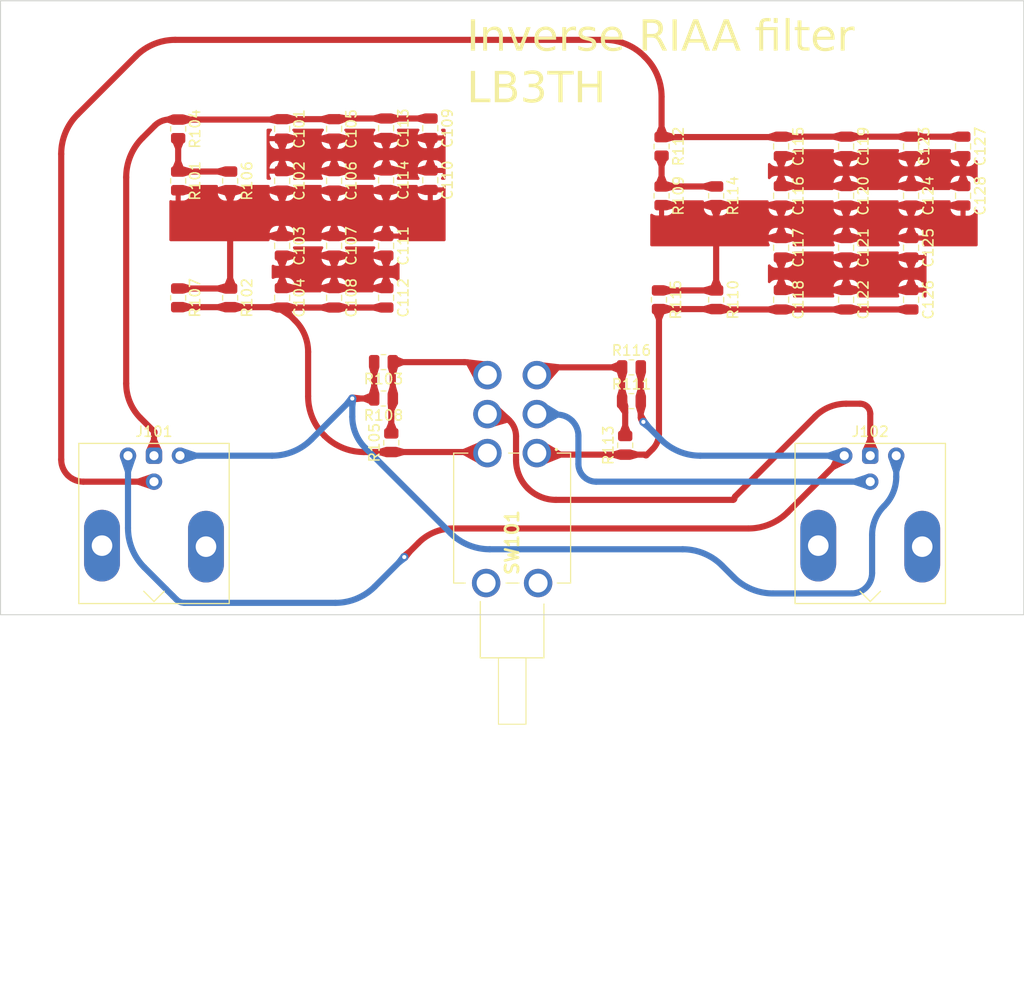
<source format=kicad_pcb>
(kicad_pcb (version 20221018) (generator pcbnew)
  (title_block (title "Inverse RIAA filter") (date "2023-12-10"))
  (layers (0 "F.Cu" signal) (31 "B.Cu" signal) (34 "B.Paste" user) (35 "F.Paste" user) (36 "B.SilkS" user "B.Silkscreen") (37 "F.SilkS" user "F.Silkscreen") (38 "B.Mask" user) (39 "F.Mask" user) (44 "Edge.Cuts" user))
  (net 0 "")
  (net 1 "Net-(J102A-In1)")
  (net 2 "/Lbupper")
  (net 3 "/Lbetween")
  (net 4 "Lmm")
  (net 5 "Net-(J102B-In2)")
  (net 6 "/Llower")
  (net 7 "/Rbupper")
  (net 8 "/Rbetween")
  (net 9 "Rmm")
  (net 10 "Net-(J101A-In1)")
  (net 11 "GND")
  (net 12 "Net-(J101B-In2)")
  (net 13 "GNDREF")
  (net 14 "Lmc")
  (net 15 "Net-(R109-Pad1)")
  (net 16 "Rmc")
  (net 17 "/Rlower")
  (net 18 "Net-(R101-Pad1)")
  (footprint "Capacitor_SMD:C_0805_2012Metric" (layer "F.Cu") (at 112.522 109.032 -90)
    (fp_text reference "C104" (at 0 -1.68 90) (layer "F.SilkS"))
    (fp_text value "100p")
    (pad "1" smd roundrect (at -0.95 0 270) (size 1 1.45) (layers "F.Cu" "F.Paste" "F.Mask") (net 6 "/Llower"))
    (pad "2" smd roundrect (at 0.95 0 270) (size 1 1.45) (layers "F.Cu" "F.Paste" "F.Mask") (net 4 "Lmm"))
  )
  (footprint "Capacitor_SMD:C_0805_2012Metric" (layer "F.Cu") (at 167.64 99.06 -90)
    (fp_text reference "C120" (at 0 -1.68 90) (layer "F.SilkS"))
    (fp_text value "1n8")
    (pad "1" smd roundrect (at -0.95 0 270) (size 1 1.45) (layers "F.Cu" "F.Paste" "F.Mask") (net 7 "/Rbupper"))
    (pad "2" smd roundrect (at 0.95 0 270) (size 1 1.45) (layers "F.Cu" "F.Paste" "F.Mask") (net 8 "/Rbetween"))
  )
  (footprint "Resistor_SMD:R_0805_2012Metric" (layer "F.Cu") (at 146.05 123.444 90)
    (fp_text reference "R113" (at 0 -1.65 90) (layer "F.SilkS"))
    (fp_text value "560")
    (pad "1" smd roundrect (at -0.9125 0 90) (size 1.025 1.4) (layers "F.Cu" "F.Paste" "F.Mask") (roundrect_rratio 0.243902439) (net 9 "Rmm"))
    (pad "2" smd roundrect (at 0.9125 0 90) (size 1.025 1.4) (layers "F.Cu" "F.Paste" "F.Mask") (roundrect_rratio 0.243902439) (net 16 "Rmc"))
  )
  (footprint "Capacitor_SMD:C_0805_2012Metric" (layer "F.Cu") (at 179.07 99.06 -90)
    (fp_text reference "C128" (at 0 -1.68 90) (layer "F.SilkS"))
    (fp_text value "1n8")
    (pad "1" smd roundrect (at -0.95 0 270) (size 1 1.45) (layers "F.Cu" "F.Paste" "F.Mask") (net 7 "/Rbupper"))
    (pad "2" smd roundrect (at 0.95 0 270) (size 1 1.45) (layers "F.Cu" "F.Paste" "F.Mask") (net 8 "/Rbetween"))
  )
  (footprint "Capacitor_SMD:C_0805_2012Metric" (layer "F.Cu") (at 122.682 92.456 -90)
    (fp_text reference "C113" (at 0 -1.68 90) (layer "F.SilkS"))
    (fp_text value "1n8")
    (pad "1" smd roundrect (at -0.95 0 270) (size 1 1.45) (layers "F.Cu" "F.Paste" "F.Mask") (net 10 "Net-(J101A-In1)"))
    (pad "2" smd roundrect (at 0.95 0 270) (size 1 1.45) (layers "F.Cu" "F.Paste" "F.Mask") (net 2 "/Lbupper"))
  )
  (footprint "Resistor_SMD:R_0805_2012Metric" (layer "F.Cu") (at 146.6615 119.126)
    (fp_text reference "R111" (at 0 -1.65) (layer "F.SilkS"))
    (fp_text value "82")
    (pad "1" smd roundrect (at -0.9125 0) (size 1.025 1.4) (layers "F.Cu" "F.Paste" "F.Mask") (roundrect_rratio 0.243902439) (net 16 "Rmc"))
    (pad "2" smd roundrect (at 0.9125 0) (size 1.025 1.4) (layers "F.Cu" "F.Paste" "F.Mask") (roundrect_rratio 0.243902439) (net 13 "GNDREF"))
  )
  (footprint "Resistor_SMD:R_0805_2012Metric" (layer "F.Cu") (at 122.428 115.316 180)
    (fp_text reference "R103" (at 0 -1.65) (layer "F.SilkS"))
    (fp_text value "82")
    (pad "1" smd roundrect (at -0.9125 0 180) (size 1.025 1.4) (layers "F.Cu" "F.Paste" "F.Mask") (roundrect_rratio 0.243902439) (net 14 "Lmc"))
    (pad "2" smd roundrect (at 0.9125 0 180) (size 1.025 1.4) (layers "F.Cu" "F.Paste" "F.Mask") (roundrect_rratio 0.243902439) (net 11 "GND"))
  )
  (footprint "Resistor_SMD:R_0805_2012Metric" (layer "F.Cu") (at 102.362 92.522 -90)
    (fp_text reference "R104" (at 0 -1.65 90) (layer "F.SilkS"))
    (fp_text value "750k")
    (pad "1" smd roundrect (at -0.9125 0 270) (size 1.025 1.4) (layers "F.Cu" "F.Paste" "F.Mask") (roundrect_rratio 0.243902439) (net 10 "Net-(J101A-In1)"))
    (pad "2" smd roundrect (at 0.9125 0 270) (size 1.025 1.4) (layers "F.Cu" "F.Paste" "F.Mask") (roundrect_rratio 0.243902439) (net 18 "Net-(R101-Pad1)"))
  )
  (footprint "Capacitor_SMD:C_0805_2012Metric" (layer "F.Cu") (at 117.602 103.952 -90)
    (fp_text reference "C107" (at 0 -1.68 90) (layer "F.SilkS"))
    (fp_text value "100p")
    (pad "1" smd roundrect (at -0.95 0 270) (size 1 1.45) (layers "F.Cu" "F.Paste" "F.Mask") (net 3 "/Lbetween"))
    (pad "2" smd roundrect (at 0.95 0 270) (size 1 1.45) (layers "F.Cu" "F.Paste" "F.Mask") (net 6 "/Llower"))
  )
  (footprint "Capacitor_SMD:C_0805_2012Metric" (layer "F.Cu") (at 167.64 104.14 -90)
    (fp_text reference "C121" (at 0 -1.68 90) (layer "F.SilkS"))
    (fp_text value "100p")
    (pad "1" smd roundrect (at -0.95 0 270) (size 1 1.45) (layers "F.Cu" "F.Paste" "F.Mask") (net 8 "/Rbetween"))
    (pad "2" smd roundrect (at 0.95 0 270) (size 1 1.45) (layers "F.Cu" "F.Paste" "F.Mask") (net 17 "/Rlower"))
  )
  (footprint "Capacitor_SMD:C_0805_2012Metric" (layer "F.Cu") (at 167.64 94.234 -90)
    (fp_text reference "C119" (at 0 -1.68 90) (layer "F.SilkS"))
    (fp_text value "1n8")
    (pad "1" smd roundrect (at -0.95 0 270) (size 1 1.45) (layers "F.Cu" "F.Paste" "F.Mask") (net 12 "Net-(J101B-In2)"))
    (pad "2" smd roundrect (at 0.95 0 270) (size 1 1.45) (layers "F.Cu" "F.Paste" "F.Mask") (net 7 "/Rbupper"))
  )
  (footprint "Capacitor_SMD:C_0805_2012Metric" (layer "F.Cu") (at 112.522 97.602 -90)
    (fp_text reference "C102" (at 0 -1.68 90) (layer "F.SilkS"))
    (fp_text value "1n8")
    (pad "1" smd roundrect (at -0.95 0 270) (size 1 1.45) (layers "F.Cu" "F.Paste" "F.Mask") (net 2 "/Lbupper"))
    (pad "2" smd roundrect (at 0.95 0 270) (size 1 1.45) (layers "F.Cu" "F.Paste" "F.Mask") (net 3 "/Lbetween"))
  )
  (footprint "Capacitor_SMD:C_0805_2012Metric" (layer "F.Cu") (at 122.682 109.032 -90)
    (fp_text reference "C112" (at 0 -1.68 90) (layer "F.SilkS"))
    (fp_text value "1n8")
    (pad "1" smd roundrect (at -0.95 0 270) (size 1 1.45) (layers "F.Cu" "F.Paste" "F.Mask") (net 6 "/Llower"))
    (pad "2" smd roundrect (at 0.95 0 270) (size 1 1.45) (layers "F.Cu" "F.Paste" "F.Mask") (net 4 "Lmm"))
  )
  (footprint "Capacitor_SMD:C_0805_2012Metric" (layer "F.Cu") (at 127 97.536 -90)
    (fp_text reference "C110" (at 0 -1.68 90) (layer "F.SilkS"))
    (fp_text value "1n8")
    (pad "1" smd roundrect (at -0.95 0 270) (size 1 1.45) (layers "F.Cu" "F.Paste" "F.Mask") (net 2 "/Lbupper"))
    (pad "2" smd roundrect (at 0.95 0 270) (size 1 1.45) (layers "F.Cu" "F.Paste" "F.Mask") (net 3 "/Lbetween"))
  )
  (footprint "Capacitor_SMD:C_0805_2012Metric" (layer "F.Cu") (at 117.602 97.602 -90)
    (fp_text reference "C106" (at 0 -1.68 90) (layer "F.SilkS"))
    (fp_text value "1n8")
    (pad "1" smd roundrect (at -0.95 0 270) (size 1 1.45) (layers "F.Cu" "F.Paste" "F.Mask") (net 2 "/Lbupper"))
    (pad "2" smd roundrect (at 0.95 0 270) (size 1 1.45) (layers "F.Cu" "F.Paste" "F.Mask") (net 3 "/Lbetween"))
  )
  (footprint "Capacitor_SMD:C_0805_2012Metric" (layer "F.Cu") (at 167.64 109.22 -90)
    (fp_text reference "C122" (at 0 -1.68 90) (layer "F.SilkS"))
    (fp_text value "100p")
    (pad "1" smd roundrect (at -0.95 0 270) (size 1 1.45) (layers "F.Cu" "F.Paste" "F.Mask") (net 17 "/Rlower"))
    (pad "2" smd roundrect (at 0.95 0 270) (size 1 1.45) (layers "F.Cu" "F.Paste" "F.Mask") (net 9 "Rmm"))
  )
  (footprint "Resistor_SMD:R_0805_2012Metric" (layer "F.Cu") (at 107.442 109.032 -90)
    (fp_text reference "R102" (at 0 -1.65 90) (layer "F.SilkS"))
    (fp_text value "150k")
    (pad "1" smd roundrect (at -0.9125 0 270) (size 1.025 1.4) (layers "F.Cu" "F.Paste" "F.Mask") (roundrect_rratio 0.243902439) (net 3 "/Lbetween"))
    (pad "2" smd roundrect (at 0.9125 0 270) (size 1.025 1.4) (layers "F.Cu" "F.Paste" "F.Mask") (roundrect_rratio 0.243902439) (net 4 "Lmm"))
  )
  (footprint "Capacitor_SMD:C_0805_2012Metric" (layer "F.Cu") (at 161.29 94.234 -90)
    (fp_text reference "C115" (at 0 -1.68 90) (layer "F.SilkS"))
    (fp_text value "1n8")
    (pad "1" smd roundrect (at -0.95 0 270) (size 1 1.45) (layers "F.Cu" "F.Paste" "F.Mask") (net 12 "Net-(J101B-In2)"))
    (pad "2" smd roundrect (at 0.95 0 270) (size 1 1.45) (layers "F.Cu" "F.Paste" "F.Mask") (net 7 "/Rbupper"))
  )
  (footprint "Connector_Coaxial:BNC_Amphenol_031-6575_Horizontal" (layer "F.Cu") (at 170 124.46 180)
    (fp_text reference "J102" (at 0 2.35) (layer "F.SilkS"))
    (fp_text value "Amphenol 031-6576")
    (pad "" thru_hole oval (at -5.08 -8.89 180) (size 3.5 7) (drill 2.01) (layers "*.Cu" "*.Mask"))
    (pad "" thru_hole oval (at 5.08 -8.79 180) (size 3.5 7) (drill 2.01) (layers "*.Cu" "*.Mask"))
    (pad "1" thru_hole roundrect (at 0 0 180) (size 1.6 1.6) (drill 0.89) (layers "*.Cu" "*.Mask") (net 1 "Net-(J102A-In1)"))
    (pad "2" thru_hole circle (at -2.54 0 180) (size 1.6 1.6) (drill 0.89) (layers "*.Cu" "*.Mask") (net 11 "GND"))
    (pad "3" thru_hole circle (at 0 -2.54 180) (size 1.6 1.6) (drill 0.89) (layers "*.Cu" "*.Mask") (net 5 "Net-(J102B-In2)"))
    (pad "4" thru_hole circle (at 2.54 0 180) (size 1.6 1.6) (drill 0.89) (layers "*.Cu" "*.Mask") (net 13 "GNDREF"))
  )
  (footprint "Capacitor_SMD:C_0805_2012Metric" (layer "F.Cu") (at 112.522 103.952 -90)
    (fp_text reference "C103" (at 0 -1.68 90) (layer "F.SilkS"))
    (fp_text value "100p")
    (pad "1" smd roundrect (at -0.95 0 270) (size 1 1.45) (layers "F.Cu" "F.Paste" "F.Mask") (net 3 "/Lbetween"))
    (pad "2" smd roundrect (at 0.95 0 270) (size 1 1.45) (layers "F.Cu" "F.Paste" "F.Mask") (net 6 "/Llower"))
  )
  (footprint "Connector_Coaxial:BNC_Amphenol_031-6575_Horizontal" (layer "F.Cu") (at 100 124.46 180)
    (fp_text reference "J101" (at 0 2.35) (layer "F.SilkS"))
    (fp_text value "Amphenol 031-6576")
    (pad "" thru_hole oval (at -5.08 -8.89 180) (size 3.5 7) (drill 2.01) (layers "*.Cu" "*.Mask"))
    (pad "" thru_hole oval (at 5.08 -8.79 180) (size 3.5 7) (drill 2.01) (layers "*.Cu" "*.Mask"))
    (pad "1" thru_hole roundrect (at 0 0 180) (size 1.6 1.6) (drill 0.89) (layers "*.Cu" "*.Mask") (net 10 "Net-(J101A-In1)"))
    (pad "2" thru_hole circle (at -2.54 0 180) (size 1.6 1.6) (drill 0.89) (layers "*.Cu" "*.Mask") (net 11 "GND"))
    (pad "3" thru_hole circle (at 0 -2.54 180) (size 1.6 1.6) (drill 0.89) (layers "*.Cu" "*.Mask") (net 12 "Net-(J101B-In2)"))
    (pad "4" thru_hole circle (at 2.54 0 180) (size 1.6 1.6) (drill 0.89) (layers "*.Cu" "*.Mask") (net 13 "GNDREF"))
  )
  (footprint "Resistor_SMD:R_0805_2012Metric" (layer "F.Cu") (at 122.428 118.872 180)
    (fp_text reference "R108" (at 0 -1.65) (layer "F.SilkS"))
    (fp_text value "82")
    (pad "1" smd roundrect (at -0.9125 0 180) (size 1.025 1.4) (layers "F.Cu" "F.Paste" "F.Mask") (roundrect_rratio 0.243902439) (net 14 "Lmc"))
    (pad "2" smd roundrect (at 0.9125 0 180) (size 1.025 1.4) (layers "F.Cu" "F.Paste" "F.Mask") (roundrect_rratio 0.243902439) (net 11 "GND"))
  )
  (footprint "Resistor_SMD:R_0805_2012Metric" (layer "F.Cu") (at 149.606 94.234 -90)
    (fp_text reference "R112" (at 0 -1.65 90) (layer "F.SilkS"))
    (fp_text value "750k")
    (pad "1" smd roundrect (at -0.9125 0 270) (size 1.025 1.4) (layers "F.Cu" "F.Paste" "F.Mask") (roundrect_rratio 0.243902439) (net 12 "Net-(J101B-In2)"))
    (pad "2" smd roundrect (at 0.9125 0 270) (size 1.025 1.4) (layers "F.Cu" "F.Paste" "F.Mask") (roundrect_rratio 0.243902439) (net 15 "Net-(R109-Pad1)"))
  )
  (footprint "Capacitor_SMD:C_0805_2012Metric" (layer "F.Cu") (at 117.602 109.032 -90)
    (fp_text reference "C108" (at 0 -1.68 90) (layer "F.SilkS"))
    (fp_text value "100p")
    (pad "1" smd roundrect (at -0.95 0 270) (size 1 1.45) (layers "F.Cu" "F.Paste" "F.Mask") (net 6 "/Llower"))
    (pad "2" smd roundrect (at 0.95 0 270) (size 1 1.45) (layers "F.Cu" "F.Paste" "F.Mask") (net 4 "Lmm"))
  )
  (footprint "Resistor_SMD:R_0805_2012Metric" (layer "F.Cu") (at 102.362 97.602 -90)
    (fp_text reference "R101" (at 0 -1.65 90) (layer "F.SilkS"))
    (fp_text value "1M2")
    (pad "1" smd roundrect (at -0.9125 0 270) (size 1.025 1.4) (layers "F.Cu" "F.Paste" "F.Mask") (roundrect_rratio 0.243902439) (net 18 "Net-(R101-Pad1)"))
    (pad "2" smd roundrect (at 0.9125 0 270) (size 1.025 1.4) (layers "F.Cu" "F.Paste" "F.Mask") (roundrect_rratio 0.243902439) (net 3 "/Lbetween"))
  )
  (footprint "Capacitor_SMD:C_0805_2012Metric" (layer "F.Cu") (at 179.07 94.234 -90)
    (fp_text reference "C127" (at 0 -1.68 90) (layer "F.SilkS"))
    (fp_text value "1n8")
    (pad "1" smd roundrect (at -0.95 0 270) (size 1 1.45) (layers "F.Cu" "F.Paste" "F.Mask") (net 12 "Net-(J101B-In2)"))
    (pad "2" smd roundrect (at 0.95 0 270) (size 1 1.45) (layers "F.Cu" "F.Paste" "F.Mask") (net 7 "/Rbupper"))
  )
  (footprint "Capacitor_SMD:C_0805_2012Metric" (layer "F.Cu") (at 173.99 99.06 -90)
    (fp_text reference "C124" (at 0 -1.68 90) (layer "F.SilkS"))
    (fp_text value "1n8")
    (pad "1" smd roundrect (at -0.95 0 270) (size 1 1.45) (layers "F.Cu" "F.Paste" "F.Mask") (net 7 "/Rbupper"))
    (pad "2" smd roundrect (at 0.95 0 270) (size 1 1.45) (layers "F.Cu" "F.Paste" "F.Mask") (net 8 "/Rbetween"))
  )
  (footprint "Capacitor_SMD:C_0805_2012Metric" (layer "F.Cu") (at 112.522 92.522 -90)
    (fp_text reference "C101" (at 0 -1.68 90) (layer "F.SilkS"))
    (fp_text value "1n8")
    (pad "1" smd roundrect (at -0.95 0 270) (size 1 1.45) (layers "F.Cu" "F.Paste" "F.Mask") (net 10 "Net-(J101A-In1)"))
    (pad "2" smd roundrect (at 0.95 0 270) (size 1 1.45) (layers "F.Cu" "F.Paste" "F.Mask") (net 2 "/Lbupper"))
  )
  (footprint "Resistor_SMD:R_0805_2012Metric" (layer "F.Cu") (at 149.352 109.22 -90)
    (fp_text reference "R115" (at 0 -1.65 90) (layer "F.SilkS"))
    (fp_text value "150k")
    (pad "1" smd roundrect (at -0.9125 0 270) (size 1.025 1.4) (layers "F.Cu" "F.Paste" "F.Mask") (roundrect_rratio 0.243902439) (net 8 "/Rbetween"))
    (pad "2" smd roundrect (at 0.9125 0 270) (size 1.025 1.4) (layers "F.Cu" "F.Paste" "F.Mask") (roundrect_rratio 0.243902439) (net 9 "Rmm"))
  )
  (footprint "Capacitor_SMD:C_0805_2012Metric" (layer "F.Cu") (at 161.29 109.22 -90)
    (fp_text reference "C118" (at 0 -1.68 90) (layer "F.SilkS"))
    (fp_text value "100p")
    (pad "1" smd roundrect (at -0.95 0 270) (size 1 1.45) (layers "F.Cu" "F.Paste" "F.Mask") (net 17 "/Rlower"))
    (pad "2" smd roundrect (at 0.95 0 270) (size 1 1.45) (layers "F.Cu" "F.Paste" "F.Mask") (net 9 "Rmm"))
  )
  (footprint "Capacitor_SMD:C_0805_2012Metric" (layer "F.Cu") (at 161.29 99.06 -90)
    (fp_text reference "C116" (at 0 -1.68 90) (layer "F.SilkS"))
    (fp_text value "1n8")
    (pad "1" smd roundrect (at -0.95 0 270) (size 1 1.45) (layers "F.Cu" "F.Paste" "F.Mask") (net 7 "/Rbupper"))
    (pad "2" smd roundrect (at 0.95 0 270) (size 1 1.45) (layers "F.Cu" "F.Paste" "F.Mask") (net 8 "/Rbetween"))
  )
  (footprint "Capacitor_SMD:C_0805_2012Metric" (layer "F.Cu") (at 122.682 97.536 -90)
    (fp_text reference "C114" (at 0 -1.68 90) (layer "F.SilkS"))
    (fp_text value "1n8")
    (pad "1" smd roundrect (at -0.95 0 270) (size 1 1.45) (layers "F.Cu" "F.Paste" "F.Mask") (net 2 "/Lbupper"))
    (pad "2" smd roundrect (at 0.95 0 270) (size 1 1.45) (layers "F.Cu" "F.Paste" "F.Mask") (net 3 "/Lbetween"))
  )
  (footprint "Resistor_SMD:R_0805_2012Metric" (layer "F.Cu") (at 102.362 109.032 -90)
    (fp_text reference "R107" (at 0 -1.65 90) (layer "F.SilkS"))
    (fp_text value "150k")
    (pad "1" smd roundrect (at -0.9125 0 270) (size 1.025 1.4) (layers "F.Cu" "F.Paste" "F.Mask") (roundrect_rratio 0.243902439) (net 3 "/Lbetween"))
    (pad "2" smd roundrect (at 0.9125 0 270) (size 1.025 1.4) (layers "F.Cu" "F.Paste" "F.Mask") (roundrect_rratio 0.243902439) (net 4 "Lmm"))
  )
  (footprint "Capacitor_SMD:C_0805_2012Metric" (layer "F.Cu") (at 173.99 94.234 -90)
    (fp_text reference "C123" (at 0 -1.27 90) (layer "F.SilkS"))
    (fp_text value "1n8")
    (pad "1" smd roundrect (at -0.95 0 270) (size 1 1.45) (layers "F.Cu" "F.Paste" "F.Mask") (net 12 "Net-(J101B-In2)"))
    (pad "2" smd roundrect (at 0.95 0 270) (size 1 1.45) (layers "F.Cu" "F.Paste" "F.Mask") (net 7 "/Rbupper"))
  )
  (footprint "Resistor_SMD:R_0805_2012Metric" (layer "F.Cu") (at 107.442 97.602 -90)
    (fp_text reference "R106" (at 0 -1.65 90) (layer "F.SilkS"))
    (fp_text value "150k")
    (pad "1" smd roundrect (at -0.9125 0 270) (size 1.025 1.4) (layers "F.Cu" "F.Paste" "F.Mask") (roundrect_rratio 0.243902439) (net 18 "Net-(R101-Pad1)"))
    (pad "2" smd roundrect (at 0.9125 0 270) (size 1.025 1.4) (layers "F.Cu" "F.Paste" "F.Mask") (roundrect_rratio 0.243902439) (net 3 "/Lbetween"))
  )
  (footprint "Resistor_SMD:R_0805_2012Metric" (layer "F.Cu") (at 149.606 99.06 -90)
    (fp_text reference "R109" (at 0 -1.65 90) (layer "F.SilkS"))
    (fp_text value "1M2")
    (pad "1" smd roundrect (at -0.9125 0 270) (size 1.025 1.4) (layers "F.Cu" "F.Paste" "F.Mask") (roundrect_rratio 0.243902439) (net 15 "Net-(R109-Pad1)"))
    (pad "2" smd roundrect (at 0.9125 0 270) (size 1.025 1.4) (layers "F.Cu" "F.Paste" "F.Mask") (roundrect_rratio 0.243902439) (net 8 "/Rbetween"))
  )
  (footprint "Resistor_SMD:R_0805_2012Metric" (layer "F.Cu") (at 123.19 123.19 90)
    (fp_text reference "R105" (at 0 -1.65 90) (layer "F.SilkS"))
    (fp_text value "560")
    (pad "1" smd roundrect (at -0.9125 0 90) (size 1.025 1.4) (layers "F.Cu" "F.Paste" "F.Mask") (roundrect_rratio 0.243902439) (net 4 "Lmm"))
    (pad "2" smd roundrect (at 0.9125 0 90) (size 1.025 1.4) (layers "F.Cu" "F.Paste" "F.Mask") (roundrect_rratio 0.243902439) (net 14 "Lmc"))
  )
  (footprint "Capacitor_SMD:C_0805_2012Metric" (layer "F.Cu") (at 161.29 104.14 -90)
    (fp_text reference "C117" (at 0 -1.68 90) (layer "F.SilkS"))
    (fp_text value "100p")
    (pad "1" smd roundrect (at -0.95 0 270) (size 1 1.45) (layers "F.Cu" "F.Paste" "F.Mask") (net 8 "/Rbetween"))
    (pad "2" smd roundrect (at 0.95 0 270) (size 1 1.45) (layers "F.Cu" "F.Paste" "F.Mask") (net 17 "/Rlower"))
  )
  (footprint "Capacitor_SMD:C_0805_2012Metric" (layer "F.Cu") (at 127 92.456 -90)
    (fp_text reference "C109" (at 0 -1.68 90) (layer "F.SilkS"))
    (fp_text value "1n8")
    (pad "1" smd roundrect (at -0.95 0 270) (size 1 1.45) (layers "F.Cu" "F.Paste" "F.Mask") (net 10 "Net-(J101A-In1)"))
    (pad "2" smd roundrect (at 0.95 0 270) (size 1 1.45) (layers "F.Cu" "F.Paste" "F.Mask") (net 2 "/Lbupper"))
  )
  (footprint "Capacitor_SMD:C_0805_2012Metric" (layer "F.Cu") (at 122.682 103.952 -90)
    (fp_text reference "C111" (at 0 -1.68 90) (layer "F.SilkS"))
    (fp_text value "1n8")
    (pad "1" smd roundrect (at -0.95 0 270) (size 1 1.45) (layers "F.Cu" "F.Paste" "F.Mask") (net 3 "/Lbetween"))
    (pad "2" smd roundrect (at 0.95 0 270) (size 1 1.45) (layers "F.Cu" "F.Paste" "F.Mask") (net 6 "/Llower"))
  )
  (footprint "Capacitor_SMD:C_0805_2012Metric" (layer "F.Cu") (at 173.99 109.22 -90)
    (fp_text reference "C126" (at 0 -1.68 90) (layer "F.SilkS"))
    (fp_text value "1n8")
    (pad "1" smd roundrect (at -0.95 0 270) (size 1 1.45) (layers "F.Cu" "F.Paste" "F.Mask") (net 17 "/Rlower"))
    (pad "2" smd roundrect (at 0.95 0 270) (size 1 1.45) (layers "F.Cu" "F.Paste" "F.Mask") (net 9 "Rmm"))
  )
  (footprint "lb3th:34ADP12B4M7GT" (layer "F.Cu") (at 137.415 124.206 90)
    (fp_text reference "SW101" (at -8.746 -2.415 90) (layer "F.SilkS") (effects (font (size 1.27 1.27) (thickness 0.254))))
    (fp_text value "Grayhill 34ADP12B4M7GT" hide)
    (pad "1" thru_hole circle (at 0 0 90) (size 2.775 2.775) (drill 1.85) (layers "*.Cu" "*.Mask") (net 9 "Rmm"))
    (pad "2" thru_hole circle (at 3.81 0 90) (size 2.775 2.775) (drill 1.85) (layers "*.Cu" "*.Mask") (net 5 "Net-(J102B-In2)"))
    (pad "3" thru_hole circle (at 7.62 0 90) (size 2.775 2.775) (drill 1.85) (layers "*.Cu" "*.Mask") (net 16 "Rmc"))
    (pad "4" thru_hole circle (at 0 -4.83 90) (size 2.775 2.775) (drill 1.85) (layers "*.Cu" "*.Mask") (net 4 "Lmm"))
    (pad "5" thru_hole circle (at 3.81 -4.83 90) (size 2.775 2.775) (drill 1.85) (layers "*.Cu" "*.Mask") (net 1 "Net-(J102A-In1)"))
    (pad "6" thru_hole circle (at 7.62 -4.83 90) (size 2.775 2.775) (drill 1.85) (layers "*.Cu" "*.Mask") (net 14 "Lmc"))
    (pad "MH1" thru_hole circle (at -12.7 0.125 90) (size 2.775 2.775) (drill 1.85) (layers "*.Cu" "*.Mask"))
    (pad "MH2" thru_hole circle (at -12.7 -4.955 90) (size 2.775 2.775) (drill 1.85) (layers "*.Cu" "*.Mask"))
  )
  (footprint "Resistor_SMD:R_0805_2012Metric" (layer "F.Cu") (at 154.94 109.22 -90)
    (fp_text reference "R110" (at 0 -1.65 90) (layer "F.SilkS"))
    (fp_text value "150k")
    (pad "1" smd roundrect (at -0.9125 0 270) (size 1.025 1.4) (layers "F.Cu" "F.Paste" "F.Mask") (roundrect_rratio 0.243902439) (net 8 "/Rbetween"))
    (pad "2" smd roundrect (at 0.9125 0 270) (size 1.025 1.4) (layers "F.Cu" "F.Paste" "F.Mask") (roundrect_rratio 0.243902439) (net 9 "Rmm"))
  )
  (footprint "Capacitor_SMD:C_0805_2012Metric" (layer "F.Cu") (at 173.99 104.14 -90)
    (fp_text reference "C125" (at 0 -1.68 90) (layer "F.SilkS"))
    (fp_text value "1n8")
    (pad "1" smd roundrect (at -0.95 0 270) (size 1 1.45) (layers "F.Cu" "F.Paste" "F.Mask") (net 8 "/Rbetween"))
    (pad "2" smd roundrect (at 0.95 0 270) (size 1 1.45) (layers "F.Cu" "F.Paste" "F.Mask") (net 17 "/Rlower"))
  )
  (footprint "Resistor_SMD:R_0805_2012Metric" (layer "F.Cu") (at 154.94 99.06 -90)
    (fp_text reference "R114" (at 0 -1.65 90) (layer "F.SilkS"))
    (fp_text value "150k")
    (pad "1" smd roundrect (at -0.9125 0 270) (size 1.025 1.4) (layers "F.Cu" "F.Paste" "F.Mask") (roundrect_rratio 0.243902439) (net 15 "Net-(R109-Pad1)"))
    (pad "2" smd roundrect (at 0.9125 0 270) (size 1.025 1.4) (layers "F.Cu" "F.Paste" "F.Mask") (roundrect_rratio 0.243902439) (net 8 "/Rbetween"))
  )
  (footprint "Resistor_SMD:R_0805_2012Metric" (layer "F.Cu") (at 146.6615 115.824)
    (fp_text reference "R116" (at 0 -1.65) (layer "F.SilkS"))
    (fp_text value "82")
    (pad "1" smd roundrect (at -0.9125 0) (size 1.025 1.4) (layers "F.Cu" "F.Paste" "F.Mask") (roundrect_rratio 0.243902439) (net 16 "Rmc"))
    (pad "2" smd roundrect (at 0.9125 0) (size 1.025 1.4) (layers "F.Cu" "F.Paste" "F.Mask") (roundrect_rratio 0.243902439) (net 13 "GNDREF"))
  )
  (footprint "Capacitor_SMD:C_0805_2012Metric" (layer "F.Cu") (at 117.602 92.522 -90)
    (fp_text reference "C105" (at 0 -1.68 90) (layer "F.SilkS"))
    (fp_text value "1n8")
    (pad "1" smd roundrect (at -0.95 0 270) (size 1 1.45) (layers "F.Cu" "F.Paste" "F.Mask") (net 10 "Net-(J101A-In1)"))
    (pad "2" smd roundrect (at 0.95 0 270) (size 1 1.45) (layers "F.Cu" "F.Paste" "F.Mask") (net 2 "/Lbupper"))
  )
  (gr_rect (start 85 80) (end 185 140) (stroke (width 0.1)) (fill none) (layer "Edge.Cuts"))
  (gr_text "Inverse RIAA filter\nLB3TH" (at 130.556 90.424) (layer "F.SilkS") (effects (font (size 3 3)) (justify left bottom)))
  (segment (start 170 120.373536) (end 170 124.46) (width 0.6) (layer "F.Cu") (net 1))
  (segment (start 167.64 119.38) (end 169.006463 119.38) (width 0.6) (layer "F.Cu") (net 1))
  (segment (start 135.382 124.875553) (end 135.382 122.564025) (width 0.6) (layer "F.Cu") (net 1))
  (segment (start 134.562427 120.846427) (end 134.747 121.031) (width 0.6) (layer "F.Cu") (net 1))
  (segment (start 139.284446 128.778) (end 156.591 128.778) (width 0.6) (layer "F.Cu") (net 1))
  (segment (start 133.475 120.396) (end 132.838 120.396) (width 0.6) (layer "F.Cu") (net 1))
  (segment (start 164.604764 120.637235) (end 156.807802 128.434197) (width 0.6) (layer "F.Cu") (net 1))
  (arc (start 136.525 127.635) (mid 137.791044 128.480943) (end 139.284446 128.778) (width 0.6) (layer "F.Cu") (net 1))
  (arc (start 169.709 119.671) (mid 169.924371 119.993326) (end 170 120.373536) (width 0.6) (layer "F.Cu") (net 1))
  (arc (start 167.64 119.38) (mid 165.997342 119.706744) (end 164.604764 120.637235) (width 0.6) (layer "F.Cu") (net 1))
  (arc (start 169.709 119.671) (mid 169.386673 119.455628) (end 169.006463 119.38) (width 0.6) (layer "F.Cu") (net 1))
  (arc (start 156.807802 128.434197) (mid 156.741338 128.533667) (end 156.718 128.651) (width 0.6) (layer "F.Cu") (net 1))
  (arc (start 156.718 128.651) (mid 156.680802 128.740802) (end 156.591 128.778) (width 0.6) (layer "F.Cu") (net 1))
  (arc (start 135.382 124.875553) (mid 135.679056 126.368955) (end 136.525 127.635) (width 0.6) (layer "F.Cu") (net 1))
  (arc (start 134.747 121.031) (mid 135.216968 121.734357) (end 135.382 122.564025) (width 0.6) (layer "F.Cu") (net 1))
  (arc (start 134.562427 120.846427) (mid 134.063511 120.513062) (end 133.475 120.396) (width 0.6) (layer "F.Cu") (net 1))
  (segment (start 117.602 93.472) (end 112.522 93.472) (width 0.6) (layer "F.Cu") (net 2))
  (segment (start 122.56933 96.652) (end 117.602 96.652) (width 0.6) (layer "F.Cu") (net 2))
  (segment (start 127 93.406) (end 127 96.586) (width 0.6) (layer "F.Cu") (net 2))
  (segment (start 112.522 96.652) (end 112.522 93.472) (width 0.6) (layer "F.Cu") (net 2))
  (segment (start 122.682 93.406) (end 122.682 96.586) (width 0.6) (layer "F.Cu") (net 2))
  (segment (start 127 93.406) (end 122.728669 93.406) (width 0.6) (layer "F.Cu") (net 2))
  (segment (start 112.522 96.652) (end 117.602 96.652) (width 0.6) (layer "F.Cu") (net 2))
  (segment (start 117.602 93.472) (end 117.602 96.652) (width 0.6) (layer "F.Cu") (net 2))
  (segment (start 117.602 93.472) (end 122.56933 93.472) (width 0.6) (layer "F.Cu") (net 2))
  (segment (start 127 96.586) (end 122.728669 96.586) (width 0.6) (layer "F.Cu") (net 2))
  (arc (start 122.728669 93.406) (mid 122.685552 93.414576) (end 122.649 93.439) (width 0.6) (layer "F.Cu") (net 2))
  (arc (start 122.649 96.619) (mid 122.612447 96.643423) (end 122.56933 96.652) (width 0.6) (layer "F.Cu") (net 2))
  (arc (start 122.728669 96.586) (mid 122.685552 96.594576) (end 122.649 96.619) (width 0.6) (layer "F.Cu") (net 2))
  (arc (start 122.649 93.439) (mid 122.612447 93.463423) (end 122.56933 93.472) (width 0.6) (layer "F.Cu") (net 2))
  (segment (start 107.442 98.5145) (end 102.362 98.5145) (width 0.6) (layer "F.Cu") (net 3))
  (segment (start 117.602 103.002) (end 122.682 103.002) (width 0.6) (layer "F.Cu") (net 3))
  (segment (start 122.682 98.532669) (end 122.682 103.002) (width 0.6) (layer "F.Cu") (net 3))
  (segment (start 112.548516 98.552) (end 117.602 98.552) (width 0.6) (layer "F.Cu") (net 3))
  (segment (start 107.442 102.88933) (end 107.442 102.982669) (width 0.6) (layer "F.Cu") (net 3))
  (segment (start 112.522 103.002) (end 107.554669 103.002) (width 0.6) (layer "F.Cu") (net 3))
  (segment (start 117.602 98.552) (end 117.602 103.002) (width 0.6) (layer "F.Cu") (net 3))
  (segment (start 122.728669 98.486) (end 127 98.486) (width 0.6) (layer "F.Cu") (net 3))
  (segment (start 107.442 102.88933) (end 107.442 98.5145) (width 0.6) (layer "F.Cu") (net 3))
  (segment (start 112.522 103.002) (end 112.522 98.578516) (width 0.6) (layer "F.Cu") (net 3))
  (segment (start 112.522 103.002) (end 117.602 103.002) (width 0.6) (layer "F.Cu") (net 3))
  (segment (start 107.442 108.1195) (end 107.442 102.982669) (width 0.6) (layer "F.Cu") (net 3))
  (segment (start 107.442 98.5145) (end 112.457983 98.5145) (width 0.6) (layer "F.Cu") (net 3))
  (segment (start 117.602 98.552) (end 122.56933 98.552) (width 0.6) (layer "F.Cu") (net 3))
  (segment (start 107.442 108.1195) (end 102.362 108.1195) (width 0.6) (layer "F.Cu") (net 3))
  (arc (start 107.475 102.969) (mid 107.511552 102.993423) (end 107.554669 103.002) (width 0.6) (layer "F.Cu") (net 3))
  (arc (start 122.649 98.519) (mid 122.612447 98.543423) (end 122.56933 98.552) (width 0.6) (layer "F.Cu") (net 3))
  (arc (start 122.728669 98.486) (mid 122.695669 98.499669) (end 122.682 98.532669) (width 0.6) (layer "F.Cu") (net 3))
  (arc (start 112.548516 98.552) (mid 112.524018 98.547127) (end 112.50325 98.53325) (width 0.6) (layer "F.Cu") (net 3))
  (arc (start 107.475 102.969) (mid 107.450576 102.932447) (end 107.442 102.88933) (width 0.6) (layer "F.Cu") (net 3))
  (arc (start 112.50325 98.53325) (mid 112.482481 98.519372) (end 112.457983 98.5145) (width 0.6) (layer "F.Cu") (net 3))
  (arc (start 122.682 98.532669) (mid 122.670066 98.514809) (end 122.649 98.519) (width 0.6) (layer "F.Cu") (net 3))
  (arc (start 107.475 102.969) (mid 107.453933 102.964809) (end 107.442 102.982669) (width 0.6) (layer "F.Cu") (net 3))
  (arc (start 122.649 98.519) (mid 122.685552 98.494576) (end 122.728669 98.486) (width 0.6) (layer "F.Cu") (net 3))
  (arc (start 112.548516 98.552) (mid 112.529766 98.559766) (end 112.522 98.578516) (width 0.6) (layer "F.Cu") (net 3))
  (arc (start 112.50325 98.53325) (mid 112.517127 98.554018) (end 112.522 98.578516) (width 0.6) (layer "F.Cu") (net 3))
  (segment (start 112.54075 110.00075) (end 112.50325 109.96325) (width 0.6) (layer "F.Cu") (net 4))
  (segment (start 115.062 118.650036) (end 115.062 114.318051) (width 0.6) (layer "F.Cu") (net 4))
  (segment (start 112.548516 109.982) (end 117.602 109.982) (width 0.6) (layer "F.Cu") (net 4))
  (segment (start 113.792 111.252) (end 112.54075 110.00075) (width 0.6) (layer "F.Cu") (net 4))
  (segment (start 107.442 109.9445) (end 112.457983 109.9445) (width 0.6) (layer "F.Cu") (net 4))
  (segment (start 107.442 109.9445) (end 102.362 109.9445) (width 0.6) (layer "F.Cu") (net 4))
  (segment (start 117.602 109.982) (end 122.682 109.982) (width 0.6) (layer "F.Cu") (net 4))
  (segment (start 123.19 124.1025) (end 132.326373 124.1025) (width 0.6) (layer "F.Cu") (net 4))
  (segment (start 123.19 124.1025) (end 120.514463 124.1025) (width 0.6) (layer "F.Cu") (net 4))
  (segment (start 132.50925 124.17825) (end 132.585 124.254) (width 0.6) (layer "F.Cu") (net 4))
  (segment (start 116.655792 122.497792) (end 116.666707 122.508707) (width 0.6) (layer "F.Cu") (net 4))
  (arc (start 112.54075 110.00075) (mid 112.538368 109.98878) (end 112.548516 109.982) (width 0.6) (layer "F.Cu") (net 4))
  (arc (start 132.50925 124.17825) (mid 132.425345 124.122186) (end 132.326373 124.1025) (width 0.6) (layer "F.Cu") (net 4))
  (arc (start 113.792 111.252) (mid 114.731937 112.658716) (end 115.062 114.318051) (width 0.6) (layer "F.Cu") (net 4))
  (arc (start 112.457983 109.9445) (mid 112.482481 109.949372) (end 112.50325 109.96325) (width 0.6) (layer "F.Cu") (net 4))
  (arc (start 116.666707 122.508707) (mid 118.432072 123.688286) (end 120.514463 124.1025) (width 0.6) (layer "F.Cu") (net 4))
  (arc (start 116.655792 122.497792) (mid 115.476213 120.732426) (end 115.062 118.650036) (width 0.6) (layer "F.Cu") (net 4))
  (arc (start 112.548516 109.982) (mid 112.524018 109.977127) (end 112.50325 109.96325) (width 0.6) (layer "F.Cu") (net 4))
  (segment (start 141.478 122.530084) (end 141.478 125.265579) (width 0.6) (layer "B.Cu") (net 5))
  (segment (start 143.21242 127) (end 170 127) (width 0.6) (layer "B.Cu") (net 5))
  (segment (start 139.391915 120.444) (end 137.415 120.444) (width 0.6) (layer "B.Cu") (net 5))
  (arc (start 140.867 121.055) (mid 140.190225 120.602793) (end 139.391915 120.444) (width 0.6) (layer "B.Cu") (net 5))
  (arc (start 143.21242 127) (mid 142.548686 126.867975) (end 141.986 126.492) (width 0.6) (layer "B.Cu") (net 5))
  (arc (start 141.478 122.530084) (mid 141.319206 121.731774) (end 140.867 121.055) (width 0.6) (layer "B.Cu") (net 5))
  (arc (start 141.478 125.265579) (mid 141.610024 125.929313) (end 141.986 126.492) (width 0.6) (layer "B.Cu") (net 5))
  (segment (start 122.682 108.082) (end 117.602 108.082) (width 0.6) (layer "F.Cu") (net 6))
  (segment (start 122.682 108.082) (end 122.682 104.902) (width 0.6) (layer "F.Cu") (net 6))
  (segment (start 117.602 108.082) (end 117.602 104.902) (width 0.6) (layer "F.Cu") (net 6))
  (segment (start 117.602 108.082) (end 112.522 108.082) (width 0.6) (layer "F.Cu") (net 6))
  (segment (start 112.522 104.902) (end 117.602 104.902) (width 0.6) (layer "F.Cu") (net 6))
  (segment (start 117.602 104.902) (end 122.682 104.902) (width 0.6) (layer "F.Cu") (net 6))
  (segment (start 112.522 104.902) (end 112.522 107.762) (width 0.6) (layer "F.Cu") (net 6))
  (segment (start 173.99 98.11) (end 167.64 98.11) (width 0.6) (layer "F.Cu") (net 7))
  (segment (start 173.99 95.184) (end 167.64 95.184) (width 0.6) (layer "F.Cu") (net 7))
  (segment (start 173.99 95.184) (end 173.99 98.11) (width 0.6) (layer "F.Cu") (net 7))
  (segment (start 173.99 95.184) (end 179.07 95.184) (width 0.6) (layer "F.Cu") (net 7))
  (segment (start 167.64 95.184) (end 161.29 95.184) (width 0.6) (layer "F.Cu") (net 7))
  (segment (start 173.99 98.11) (end 179.07 98.11) (width 0.6) (layer "F.Cu") (net 7))
  (segment (start 167.64 95.184) (end 167.64 98.11) (width 0.6) (layer "F.Cu") (net 7))
  (segment (start 161.29 98.11) (end 161.29 95.184) (width 0.6) (layer "F.Cu") (net 7))
  (segment (start 179.07 95.184) (end 179.07 98.11) (width 0.6) (layer "F.Cu") (net 7))
  (segment (start 161.29 98.11) (end 167.64 98.11) (width 0.6) (layer "F.Cu") (net 7))
  (segment (start 154.94 108.3075) (end 149.352 108.3075) (width 0.6) (layer "F.Cu") (net 8))
  (segment (start 173.99 100.01) (end 179.07 100.01) (width 0.6) (layer "F.Cu") (net 8))
  (segment (start 154.94 108.3075) (end 154.94 103.510936) (width 0.6) (layer "F.Cu") (net 8))
  (segment (start 154.94 103.245063) (end 154.94 103.510936) (width 0.6) (layer "F.Cu") (net 8))
  (segment (start 161.29 103.19) (end 155.260936 103.19) (width 0.6) (layer "F.Cu") (net 8))
  (segment (start 154.94 99.9725) (end 149.606 99.9725) (width 0.6) (layer "F.Cu") (net 8))
  (segment (start 167.64 103.19) (end 167.64 100.01) (width 0.6) (layer "F.Cu") (net 8))
  (segment (start 161.29 103.19) (end 161.29 100.036516) (width 0.6) (layer "F.Cu") (net 8))
  (segment (start 173.99 100.01) (end 167.64 100.01) (width 0.6) (layer "F.Cu") (net 8))
  (segment (start 173.99 103.19) (end 173.99 100.01) (width 0.6) (layer "F.Cu") (net 8))
  (segment (start 173.99 103.19) (end 167.64 103.19) (width 0.6) (layer "F.Cu") (net 8))
  (segment (start 161.225983 99.9725) (end 154.94 99.9725) (width 0.6) (layer "F.Cu") (net 8))
  (segment (start 154.94 99.9725) (end 154.94 103.245063) (width 0.6) (layer "F.Cu") (net 8))
  (segment (start 161.316516 100.01) (end 167.64 100.01) (width 0.6) (layer "F.Cu") (net 8))
  (segment (start 161.29 103.19) (end 167.64 103.19) (width 0.6) (layer "F.Cu") (net 8))
  (arc (start 161.27125 99.99125) (mid 161.285127 100.012018) (end 161.29 100.036516) (width 0.6) (layer "F.Cu") (net 8))
  (arc (start 155.034 103.284) (mid 154.964429 103.388119) (end 154.94 103.510936) (width 0.6) (layer "F.Cu") (net 8))
  (arc (start 161.316516 100.01) (mid 161.297766 100.017766) (end 161.29 100.036516) (width 0.6) (layer "F.Cu") (net 8))
  (arc (start 161.27125 99.99125) (mid 161.250481 99.977372) (end 161.225983 99.9725) (width 0.6) (layer "F.Cu") (net 8))
  (arc (start 155.034 103.284) (mid 154.973991 103.295936) (end 154.94 103.245063) (width 0.6) (layer "F.Cu") (net 8))
  (arc (start 161.27125 99.99125) (mid 161.292018 100.005127) (end 161.316516 100.01) (width 0.6) (layer "F.Cu") (net 8))
  (arc (start 155.034 103.284) (mid 155.138119 103.214429) (end 155.260936 103.19) (width 0.6) (layer "F.Cu") (net 8))
  (segment (start 148.717 123.825) (end 148.13375 124.40825) (width 0.6) (layer "F.Cu") (net 9))
  (segment (start 146.05 124.3565) (end 147.905314 124.3565) (width 0.6) (layer "F.Cu") (net 9))
  (segment (start 161.29 110.17) (end 167.64 110.17) (width 0.6) (layer "F.Cu") (net 9))
  (segment (start 137.46625 124.30525) (end 137.415 124.254) (width 0.6) (layer "F.Cu") (net 9))
  (segment (start 146.05 124.3565) (end 137.589978 124.3565) (width 0.6) (layer "F.Cu") (net 9))
  (segment (start 149.352 110.1325) (end 149.352 122.291974) (width 0.6) (layer "F.Cu") (net 9))
  (segment (start 149.352 110.1325) (end 154.913483 110.1325) (width 0.6) (layer "F.Cu") (net 9))
  (segment (start 167.64 110.17) (end 173.99 110.17) (width 0.6) (layer "F.Cu") (net 9))
  (segment (start 161.29 110.17) (end 155.004016 110.17) (width 0.6) (layer "F.Cu") (net 9))
  (arc (start 154.95875 110.15125) (mid 154.937981 110.137372) (end 154.913483 110.1325) (width 0.6) (layer "F.Cu") (net 9))
  (arc (start 148.03025 124.40825) (mid 148.082 124.429685) (end 148.13375 124.40825) (width 0.6) (layer "F.Cu") (net 9))
  (arc (start 148.717 123.825) (mid 149.186968 123.121641) (end 149.352 122.291974) (width 0.6) (layer "F.Cu") (net 9))
  (arc (start 137.589978 124.3565) (mid 137.523016 124.34318) (end 137.46625 124.30525) (width 0.6) (layer "F.Cu") (net 9))
  (arc (start 148.03025 124.40825) (mid 147.972928 124.369949) (end 147.905314 124.3565) (width 0.6) (layer "F.Cu") (net 9))
  (arc (start 154.95875 110.15125) (mid 154.979518 110.165127) (end 155.004016 110.17) (width 0.6) (layer "F.Cu") (net 9))
  (segment (start 100.069757 92.208242) (end 98.875792 93.402207) (width 0.6) (layer "F.Cu") (net 10))
  (segment (start 100.038 122.136) (end 98.679 120.777) (width 0.6) (layer "F.Cu") (net 10))
  (segment (start 100 122.30374) (end 100 124.46) (width 0.6) (layer "F.Cu") (net 10))
  (segment (start 122.682 91.506) (end 117.714669 91.506) (width 0.6) (layer "F.Cu") (net 10))
  (segment (start 122.682 91.506) (end 127 91.506) (width 0.6) (layer "F.Cu") (net 10))
  (segment (start 112.548516 91.572) (end 117.55533 91.572) (width 0.6) (layer "F.Cu") (net 10))
  (segment (start 97.282 117.404343) (end 97.282 97.249963) (width 0.6) (layer "F.Cu") (net 10))
  (segment (start 101.51525 91.6095) (end 102.362 91.6095) (width 0.6) (layer "F.Cu") (net 10))
  (segment (start 112.457983 91.6095) (end 102.362 91.6095) (width 0.6) (layer "F.Cu") (net 10))
  (arc (start 112.50325 91.59075) (mid 112.482481 91.604627) (end 112.457983 91.6095) (width 0.6) (layer "F.Cu") (net 10))
  (arc (start 98.875792 93.402207) (mid 97.696213 95.167572) (end 97.282 97.249963) (width 0.6) (layer "F.Cu") (net 10))
  (arc (start 117.635 91.539) (mid 117.598447 91.563423) (end 117.55533 91.572) (width 0.6) (layer "F.Cu") (net 10))
  (arc (start 117.714669 91.506) (mid 117.671552 91.514576) (end 117.635 91.539) (width 0.6) (layer "F.Cu") (net 10))
  (arc (start 100.038 122.136) (mid 100.05374 122.174) (end 100.038 122.212) (width 0.6) (layer "F.Cu") (net 10))
  (arc (start 100.038 122.212) (mid 100.009875 122.25409) (end 100 122.30374) (width 0.6) (layer "F.Cu") (net 10))
  (arc (start 98.679 120.777) (mid 97.645068 119.229611) (end 97.282 117.404343) (width 0.6) (layer "F.Cu") (net 10))
  (arc (start 112.548516 91.572) (mid 112.524018 91.576872) (end 112.50325 91.59075) (width 0.6) (layer "F.Cu") (net 10))
  (arc (start 101.51525 91.6095) (mid 100.732954 91.765107) (end 100.069757 92.208242) (width 0.6) (layer "F.Cu") (net 10))
  (segment (start 121.5155 118.872) (end 119.38 118.872) (width 0.6) (layer "F.Cu") (net 11))
  (segment (start 121.5155 118.872) (end 121.5155 115.316) (width 0.6) (layer "F.Cu") (net 11))
  (via (at 119.38 118.872) (size 0.8) (drill 0.4) (layers "F.Cu" "B.Cu") (net 11))
  (segment (start 111.538036 124.46) (end 102.54 124.46) (width 0.6) (layer "B.Cu") (net 11))
  (segment (start 119.38 120.65) (end 119.38 118.872) (width 0.6) (layer "B.Cu") (net 11))
  (segment (start 151.670036 133.604) (end 132.809963 133.604) (width 0.6) (layer "B.Cu") (net 11))
  (segment (start 170.18 135.922001) (end 170.18 132.224772) (width 0.6) (layer "B.Cu") (net 11))
  (segment (start 168.180001 137.922) (end 160.495963 137.922) (width 0.6) (layer "B.Cu") (net 11))
  (segment (start 156.648207 136.328207) (end 155.517792 135.197792) (width 0.6) (layer "B.Cu") (net 11))
  (segment (start 172.54 126.527227) (end 172.54 124.46) (width 0.6) (layer "B.Cu") (net 11))
  (segment (start 128.962207 132.010207) (end 120.637235 123.685235) (width 0.6) (layer "B.Cu") (net 11))
  (segment (start 115.385792 122.866207) (end 119.38 118.872) (width 0.6) (layer "B.Cu") (net 11))
  (arc (start 171.36 129.376) (mid 170.486672 130.683027) (end 170.18 132.224772) (width 0.6) (layer "B.Cu") (net 11))
  (arc (start 151.670036 133.604) (mid 153.752426 134.018213) (end 155.517792 135.197792) (width 0.6) (layer "B.Cu") (net 11))
  (arc (start 128.962207 132.010207) (mid 130.727572 133.189786) (end 132.809963 133.604) (width 0.6) (layer "B.Cu") (net 11))
  (arc (start 168.180001 137.922) (mid 169.594213 137.336213) (end 170.18 135.922001) (width 0.6) (layer "B.Cu") (net 11))
  (arc (start 172.54 126.527227) (mid 172.233327 128.068972) (end 171.36 129.376) (width 0.6) (layer "B.Cu") (net 11))
  (arc (start 160.495963 137.922) (mid 158.413572 137.507786) (end 156.648207 136.328207) (width 0.6) (layer "B.Cu") (net 11))
  (arc (start 115.385792 122.866207) (mid 113.620426 124.045786) (end 111.538036 124.46) (width 0.6) (layer "B.Cu") (net 11))
  (arc (start 119.38 120.65) (mid 119.706744 122.292657) (end 120.637235 123.685235) (width 0.6) (layer "B.Cu") (net 11))
  (segment (start 93.100025 127) (end 100 127) (width 0.6) (layer "F.Cu") (net 12))
  (segment (start 148.012207 85.528207) (end 147.897792 85.413792) (width 0.6) (layer "F.Cu") (net 12))
  (segment (start 167.64 93.284) (end 173.99 93.284) (width 0.6) (layer "F.Cu") (net 12))
  (segment (start 173.99 93.284) (end 179.07 93.284) (width 0.6) (layer "F.Cu") (net 12))
  (segment (start 149.606 89.375963) (end 149.606 93.3215) (width 0.6) (layer "F.Cu") (net 12))
  (segment (start 102.075963 83.82) (end 144.050036 83.82) (width 0.6) (layer "F.Cu") (net 12))
  (segment (start 98.228207 85.413792) (end 92.525792 91.116207) (width 0.6) (layer "F.Cu") (net 12))
  (segment (start 161.225983 93.3215) (end 149.606 93.3215) (width 0.6) (layer "F.Cu") (net 12))
  (segment (start 167.64 93.284) (end 161.316516 93.284) (width 0.6) (layer "F.Cu") (net 12))
  (segment (start 90.932 124.831974) (end 90.932 94.963963) (width 0.6) (layer "F.Cu") (net 12))
  (arc (start 91.567 126.365) (mid 92.270357 126.834968) (end 93.100025 127) (width 0.6) (layer "F.Cu") (net 12))
  (arc (start 147.897792 85.413792) (mid 146.132426 84.234213) (end 144.050036 83.82) (width 0.6) (layer "F.Cu") (net 12))
  (arc (start 161.225983 93.3215) (mid 161.250481 93.316627) (end 161.27125 93.30275) (width 0.6) (layer "F.Cu") (net 12))
  (arc (start 98.228207 85.413792) (mid 99.993572 84.234213) (end 102.075963 83.82) (width 0.6) (layer "F.Cu") (net 12))
  (arc (start 161.316516 93.284) (mid 161.292018 93.288872) (end 161.27125 93.30275) (width 0.6) (layer "F.Cu") (net 12))
  (arc (start 92.525792 91.116207) (mid 91.346213 92.881572) (end 90.932 94.963963) (width 0.6) (layer "F.Cu") (net 12))
  (arc (start 90.932 124.831974) (mid 91.097031 125.661641) (end 91.567 126.365) (width 0.6) (layer "F.Cu") (net 12))
  (arc (start 148.012207 85.528207) (mid 149.191786 87.293572) (end 149.606 89.375963) (width 0.6) (layer "F.Cu") (net 12))
  (segment (start 158.094036 131.572) (end 129.229656 131.572) (width 0.6) (layer "F.Cu") (net 13))
  (segment (start 147.828 121.158) (end 147.701 121.031) (width 0.6) (layer "F.Cu") (net 13))
  (segment (start 147.574 120.724394) (end 147.574 119.126) (width 0.6) (layer "F.Cu") (net 13))
  (segment (start 124.46 134.366) (end 125.857 132.969) (width 0.6) (layer "F.Cu") (net 13))
  (segment (start 161.941792 129.978207) (end 167.46 124.46) (width 0.6) (layer "F.Cu") (net 13))
  (segment (start 147.574 119.126) (end 147.574 115.824) (width 0.6) (layer "F.Cu") (net 13))
  (via (at 124.46 134.366) (size 0.8) (drill 0.4) (layers "F.Cu" "B.Cu") (net 13))
  (via (at 147.828 121.158) (size 0.8) (drill 0.4) (layers "F.Cu" "B.Cu") (net 13))
  (arc (start 158.094036 131.572) (mid 160.176426 131.157786) (end 161.941792 129.978207) (width 0.6) (layer "F.Cu") (net 13))
  (arc (start 129.229656 131.572) (mid 127.404387 131.935068) (end 125.857 132.969) (width 0.6) (layer "F.Cu") (net 13))
  (arc (start 147.574 120.724394) (mid 147.607006 120.890328) (end 147.701 121.031) (width 0.6) (layer "F.Cu") (net 13))
  (segment (start 101.1885 137.5105) (end 101.854 138.176) (width 0.6) (layer "B.Cu") (net 13))
  (segment (start 101.1885 137.5105) (end 99.053792 135.375792) (width 0.6) (layer "B.Cu") (net 13))
  (segment (start 101.854 138.176) (end 102.18675 138.50875) (width 0.6) (layer "B.Cu") (net 13))
  (segment (start 97.46 131.528036) (end 97.46 124.46) (width 0.6) (layer "B.Cu") (net 13))
  (segment (start 121.578292 137.247707) (end 124.46 134.366) (width 0.6) (layer "B.Cu") (net 13))
  (segment (start 153.383963 124.46) (end 167.46 124.46) (width 0.6) (layer "B.Cu") (net 13))
  (segment (start 102.990079 138.8415) (end 117.730536 138.8415) (width 0.6) (layer "B.Cu") (net 13))
  (segment (start 149.536207 122.866207) (end 147.828 121.158) (width 0.6) (layer "B.Cu") (net 13))
  (arc (start 102.990079 138.8415) (mid 102.55532 138.755021) (end 102.18675 138.50875) (width 0.6) (layer "B.Cu") (net 13))
  (arc (start 99.053792 135.375792) (mid 97.874213 133.610426) (end 97.46 131.528036) (width 0.6) (layer "B.Cu") (net 13))
  (arc (start 149.536207 122.866207) (mid 151.301572 124.045786) (end 153.383963 124.46) (width 0.6) (layer "B.Cu") (net 13))
  (arc (start 121.578292 137.247707) (mid 119.812926 138.427286) (end 117.730536 138.8415) (width 0.6) (layer "B.Cu") (net 13))
  (segment (start 131.926 115.975) (end 132.585 116.634) (width 0.6) (layer "F.Cu") (net 14))
  (segment (start 123.3405 115.316) (end 130.335033 115.316) (width 0.6) (layer "F.Cu") (net 14))
  (segment (start 123.19 119.128919) (end 123.19 122.2775) (width 0.6) (layer "F.Cu") (net 14))
  (segment (start 123.3405 118.76558) (end 123.3405 115.316) (width 0.6) (layer "F.Cu") (net 14))
  (arc (start 123.3405 118.76558) (mid 123.320943 118.863899) (end 123.26525 118.94725) (width 0.6) (layer "F.Cu") (net 14))
  (arc (start 123.19 119.128919) (mid 123.209556 119.0306) (end 123.26525 118.94725) (width 0.6) (layer "F.Cu") (net 14))
  (arc (start 131.926 115.975) (mid 131.196058 115.487268) (end 130.335033 115.316) (width 0.6) (layer "F.Cu") (net 14))
  (segment (start 149.65775 98.09575) (end 149.642592 98.080592) (width 0.6) (layer "F.Cu") (net 15))
  (segment (start 149.606 98.09575) (end 149.606 95.1465) (width 0.6) (layer "F.Cu") (net 15))
  (segment (start 149.782685 98.1475) (end 154.94 98.1475) (width 0.6) (layer "F.Cu") (net 15))
  (arc (start 149.782685 98.1475) (mid 149.71507 98.13405) (end 149.65775 98.09575) (width 0.6) (layer "F.Cu") (net 15))
  (arc (start 149.606 98.09575) (mid 149.619232 98.075945) (end 149.642592 98.080592) (width 0.6) (layer "F.Cu") (net 15))
  (arc (start 149.606 98.09575) (mid 149.606 98.09575) (end 149.606 98.09575) (width 0.6) (layer "F.Cu") (net 15))
  (segment (start 137.82 116.229) (end 137.415 116.634) (width 0.6) (layer "F.Cu") (net 16))
  (segment (start 138.797756 115.824) (end 145.749 115.824) (width 0.6) (layer "F.Cu") (net 16))
  (segment (start 145.749 118.91316) (end 145.749 115.824) (width 0.6) (layer "F.Cu") (net 16))
  (segment (start 146.05 119.639839) (end 146.05 122.5315) (width 0.6) (layer "F.Cu") (net 16))
  (arc (start 145.8995 119.2765) (mid 145.788113 119.109798) (end 145.749 118.91316) (width 0.6) (layer "F.Cu") (net 16))
  (arc (start 137.82 116.229) (mid 138.268598 115.929256) (end 138.797756 115.824) (width 0.6) (layer "F.Cu") (net 16))
  (arc (start 145.8995 119.2765) (mid 146.010886 119.443201) (end 146.05 119.639839) (width 0.6) (layer "F.Cu") (net 16))
  (segment (start 173.99 105.09) (end 167.64 105.09) (width 0.6) (layer "F.Cu") (net 17))
  (segment (start 161.29 105.09) (end 161.29 108.27) (width 0.6) (layer "F.Cu") (net 17))
  (segment (start 161.29 105.09) (end 167.64 105.09) (width 0.6) (layer "F.Cu") (net 17))
  (segment (start 167.64 108.27) (end 167.64 105.09) (width 0.6) (layer "F.Cu") (net 17))
  (segment (start 167.64 108.27) (end 161.29 108.27) (width 0.6) (layer "F.Cu") (net 17))
  (segment (start 173.99 105.09) (end 173.99 108.27) (width 0.6) (layer "F.Cu") (net 17))
  (segment (start 167.64 108.27) (end 173.99 108.27) (width 0.6) (layer "F.Cu") (net 17))
  (segment (start 102.362 96.6895) (end 107.442 96.6895) (width 0.6) (layer "F.Cu") (net 18))
  (segment (start 102.362 96.6895) (end 102.362 93.4345) (width 0.6) (layer "F.Cu") (net 18))
  (zone (net 2) (net_name "/Lbupper") (layer "F.Cu") (connect_pads (clearance 0.5)) (min_thickness 0.25) (fill yes (thermal_gap 0.5) (thermal_bridge_width 0.5))
    (polygon (pts (xy 111 97.5) (xy 128.5 97.5) (xy 128.5 92.5) (xy 111 92.5)))
  )
  (zone (net 6) (net_name "/Llower") (layer "F.Cu") (priority 2) (connect_pads (clearance 0.5)) (min_thickness 0.25) (fill yes (thermal_gap 0.5) (thermal_bridge_width 0.5))
    (polygon (pts (xy 111.5 104) (xy 111.5 108.5) (xy 124 108.5) (xy 124 104)))
  )
  (zone (net 7) (net_name "/Rbupper") (layer "F.Cu") (priority 3) (connect_pads (clearance 0.5)) (min_thickness 0.25) (fill yes (thermal_gap 0.5) (thermal_bridge_width 0.5))
    (polygon (pts (xy 160 94.5) (xy 160 98.5) (xy 180.5 98.5) (xy 180.5 94.5)))
  )
  (zone (net 17) (net_name "/Rlower") (layer "F.Cu") (priority 5) (connect_pads (clearance 0.5)) (min_thickness 0.25) (fill yes (thermal_gap 0.5) (thermal_bridge_width 0.5))
    (polygon (pts (xy 160 104.5) (xy 160 109) (xy 175.5 109) (xy 175.5 104.5)))
  )
  (zone (net 3) (net_name "/Lbetween") (layer "F.Cu") (priority 1) (connect_pads (clearance 0.5)) (min_thickness 0.25) (fill yes (thermal_gap 0.5) (thermal_bridge_width 0.5))
    (polygon (pts (xy 101.5 98) (xy 101.5 103.5) (xy 128.5 103.5) (xy 128.5 98)))
  )
  (zone (net 8) (net_name "/Rbetween") (layer "F.Cu") (priority 4) (connect_pads (clearance 0.5)) (min_thickness 0.25) (fill yes (thermal_gap 0.5) (thermal_bridge_width 0.5))
    (polygon (pts (xy 148.5 99.5) (xy 148.5 104) (xy 180.5 104) (xy 180.5 99.5)))
  )
)
</source>
